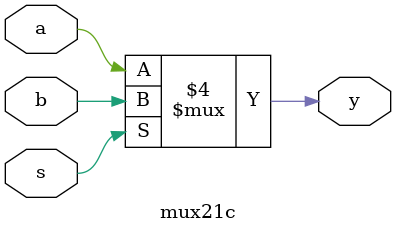
<source format=v>
module mux21c(a,b,s,y);
  input   a,b,s;
  output reg  y;   // y在always块中被赋值，一定要声明为reg型的变量

  always @ (*)
    if(s==0)
      y = a;
    else
      y = b;
endmodule

</source>
